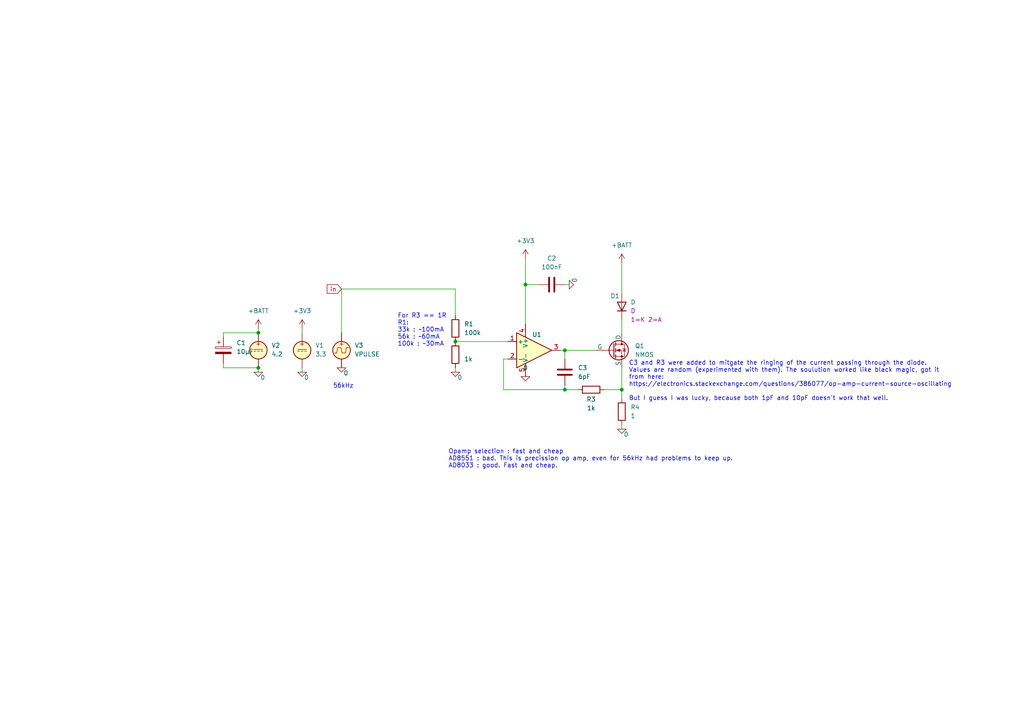
<source format=kicad_sch>
(kicad_sch (version 20230819) (generator eeschema)
  (paper "A4")
  (lib_symbols
    (symbol "Device:C" (pin_numbers hide) (pin_names (offset 0.254))
      (property "Reference" "C" (at 0.635 2.54 0))
      (property "Value" "C" (at 0.635 -2.54 0))
      (symbol "C_0_1"
        (polyline (pts (xy -2.032 -0.762) (xy 2.032 -0.762)) (stroke (width 0.508)))
        (polyline (pts (xy -2.032 0.762) (xy 2.032 0.762)) (stroke (width 0.508)))
      )
      (symbol "C_1_1"
        (pin passive line (at 0 3.81 270) (length 2.794) (name "~") (number "1"))
        (pin passive line (at 0 -3.81 90) (length 2.794) (name "~") (number "2"))
      )
    )
    (symbol "Device:C_Polarized" (pin_numbers hide) (pin_names (offset 0.254))
      (property "Reference" "C" (at 0.635 2.54 0))
      (property "Value" "C_Polarized" (at 0.635 -2.54 0))
      (symbol "C_Polarized_0_1"
        (rectangle (start -2.286 0.508) (end 2.286 1.016))
        (polyline (pts (xy -1.778 2.286) (xy -0.762 2.286)))
        (polyline (pts (xy -1.27 2.794) (xy -1.27 1.778)))
        (rectangle (start 2.286 -0.508) (end -2.286 -1.016) (fill (type outline)))
      )
      (symbol "C_Polarized_1_1"
        (pin passive line (at 0 3.81 270) (length 2.794) (name "~") (number "1"))
        (pin passive line (at 0 -3.81 90) (length 2.794) (name "~") (number "2"))
      )
    )
    (symbol "Device:R" (pin_numbers hide) (pin_names (offset 0))
      (property "Reference" "R" (at 2.032 0 90))
      (property "Value" "R" (at 0 0 90))
      (symbol "R_0_1"
        (rectangle (start -1.016 -2.54) (end 1.016 2.54) (stroke (width 0.254)))
      )
      (symbol "R_1_1"
        (pin passive line (at 0 3.81 270) (length 1.27) (name "~") (number "1"))
        (pin passive line (at 0 -3.81 90) (length 1.27) (name "~") (number "2"))
      )
    )
    (symbol "Simulation_SPICE:0" (power) (pin_names (offset 0))
      (property "Value" "0" (at 0 -1.778 0))
      (symbol "0_0_1"
        (polyline (pts (xy -1.27 0) (xy 0 -1.27) (xy 1.27 0) (xy -1.27 0)))
      )
      (symbol "0_1_1"
        (pin power_in line (at 0 0 0) (length 0) hide (name "0") (number "1"))
      )
    )
    (symbol "Simulation_SPICE:D" (pin_numbers hide) (pin_names (offset 1.016) hide)
      (property "Reference" "D" (at 0 2.54 0))
      (property "Value" "D" (at 0 -2.54 0))
      (property "Sim.Device" "D" (at 0 0 0))
      (property "Sim.Pins" "1=K 2=A" (at 0 0 0))
      (symbol "D_0_1"
        (polyline (pts (xy -1.27 1.27) (xy -1.27 -1.27)) (stroke (width 0.254)))
        (polyline (pts (xy 1.27 0) (xy -1.27 0)))
        (polyline (pts (xy 1.27 1.27) (xy 1.27 -1.27) (xy -1.27 0) (xy 1.27 1.27)) (stroke (width 0.254)))
      )
      (symbol "D_1_1"
        (pin passive line (at -3.81 0 0) (length 2.54) (name "K") (number "1"))
        (pin passive line (at 3.81 0 180) (length 2.54) (name "A") (number "2"))
      )
    )
    (symbol "Simulation_SPICE:NMOS" (pin_numbers hide) (pin_names (offset 0))
      (property "Reference" "Q" (at 5.08 1.27 0))
      (property "Value" "NMOS" (at 5.08 -1.27 0))
      (symbol "NMOS_0_1"
        (polyline (pts (xy 0.254 0) (xy -2.54 0)))
        (polyline (pts (xy 0.254 1.905) (xy 0.254 -1.905)) (stroke (width 0.254)))
        (polyline (pts (xy 0.762 -1.27) (xy 0.762 -2.286)) (stroke (width 0.254)))
        (polyline (pts (xy 0.762 0.508) (xy 0.762 -0.508)) (stroke (width 0.254)))
        (polyline (pts (xy 0.762 2.286) (xy 0.762 1.27)) (stroke (width 0.254)))
        (polyline (pts (xy 2.54 2.54) (xy 2.54 1.778)))
        (polyline (pts (xy 2.54 -2.54) (xy 2.54 0) (xy 0.762 0)))
        (polyline (pts (xy 0.762 -1.778) (xy 3.302 -1.778) (xy 3.302 1.778) (xy 0.762 1.778)))
        (polyline (pts (xy 1.016 0) (xy 2.032 0.381) (xy 2.032 -0.381) (xy 1.016 0)) (fill (type outline)))
        (polyline (pts (xy 2.794 0.508) (xy 2.921 0.381) (xy 3.683 0.381) (xy 3.81 0.254)))
        (polyline (pts (xy 3.302 0.381) (xy 2.921 -0.254) (xy 3.683 -0.254) (xy 3.302 0.381)))
        (circle (center 1.651 0) (radius 2.794) (stroke (width 0.254)))
        (circle (center 2.54 -1.778) (radius 0.254) (fill (type outline)))
        (circle (center 2.54 1.778) (radius 0.254) (fill (type outline)))
      )
      (symbol "NMOS_1_1"
        (pin passive line (at 2.54 5.08 270) (length 2.54) (name "D") (number "1"))
        (pin input line (at -5.08 0 0) (length 2.54) (name "G") (number "2"))
        (pin passive line (at 2.54 -5.08 90) (length 2.54) (name "S") (number "3"))
      )
    )
    (symbol "Simulation_SPICE:OPAMP" (pin_names (offset 0.254))
      (property "Reference" "U" (at 3.81 3.175 0))
      (property "Value" "${SIM.PARAMS}" (at 3.81 -3.175 0))
      (symbol "OPAMP_0_1"
        (polyline (pts (xy 5.08 0) (xy -5.08 5.08) (xy -5.08 -5.08) (xy 5.08 0)) (stroke (width 0.254)) (fill (type background)))
      )
      (symbol "OPAMP_1_1"
        (pin input line (at -7.62 2.54 0) (length 2.54) (name "+") (number "1"))
        (pin input line (at -7.62 -2.54 0) (length 2.54) (name "-") (number "2"))
        (pin output line (at 7.62 0 180) (length 2.54) (name "~") (number "3"))
        (pin power_in line (at -2.54 7.62 270) (length 3.81) (name "V+") (number "4"))
        (pin power_in line (at -2.54 -7.62 90) (length 3.81) (name "V-") (number "5"))
      )
    )
    (symbol "Simulation_SPICE:VDC" (pin_numbers hide) (pin_names (offset 0.0254))
      (property "Reference" "V" (at 2.54 2.54 0))
      (property "Value" "1" (at 2.54 0 0))
      (symbol "VDC_0_0"
        (polyline (pts (xy -1.27 0.254) (xy 1.27 0.254)))
        (polyline (pts (xy -0.762 -0.254) (xy -1.27 -0.254)))
        (polyline (pts (xy 0.254 -0.254) (xy -0.254 -0.254)))
        (polyline (pts (xy 1.27 -0.254) (xy 0.762 -0.254)))
        (text "+" (at 0 1.905 0) (effects (font (size 1.27 1.27))))
      )
      (symbol "VDC_0_1"
        (circle (center 0 0) (radius 2.54) (stroke (width 0.254)) (fill (type background)))
      )
      (symbol "VDC_1_1"
        (pin passive line (at 0 5.08 270) (length 2.54) (name "~") (number "1"))
        (pin passive line (at 0 -5.08 90) (length 2.54) (name "~") (number "2"))
      )
    )
    (symbol "Simulation_SPICE:VPULSE" (pin_numbers hide) (pin_names (offset 0.0254))
      (property "Reference" "V" (at 2.54 2.54 0))
      (property "Value" "VPULSE" (at 2.54 0 0))
      (property "Sim.Params" "y1=0 y2=1 td=2n tr=2n tf=2n tw=50n per=100n" (at 2.54 -2.54 0))
      (symbol "VPULSE_0_0"
        (polyline (pts (xy -2.032 -0.762) (xy -1.397 -0.762) (xy -1.143 0.762) (xy -0.127 0.762) (xy 0.127 -0.762) (xy 1.143 -0.762) (xy 1.397 0.762) (xy 2.032 0.762)))
        (text "+" (at 0 1.905 0) (effects (font (size 1.27 1.27))))
      )
      (symbol "VPULSE_0_1"
        (circle (center 0 0) (radius 2.54) (stroke (width 0.254)) (fill (type background)))
      )
      (symbol "VPULSE_1_1"
        (pin passive line (at 0 5.08 270) (length 2.54) (name "~") (number "1"))
        (pin passive line (at 0 -5.08 90) (length 2.54) (name "~") (number "2"))
      )
    )
    (symbol "power:+3V3" (power) (pin_names (offset 0))
      (property "Value" "+3V3" (at 0 3.556 0))
      (symbol "+3V3_0_1"
        (polyline (pts (xy -0.762 1.27) (xy 0 2.54)))
        (polyline (pts (xy 0 0) (xy 0 2.54)))
        (polyline (pts (xy 0 2.54) (xy 0.762 1.27)))
      )
      (symbol "+3V3_1_1"
        (pin power_in line (at 0 0 90) (length 0) hide (name "+3V3") (number "1"))
      )
    )
    (symbol "power:+BATT" (power) (pin_names (offset 0))
      (property "Value" "+BATT" (at 0 3.556 0))
      (symbol "+BATT_0_1"
        (polyline (pts (xy -0.762 1.27) (xy 0 2.54)))
        (polyline (pts (xy 0 0) (xy 0 2.54)))
        (polyline (pts (xy 0 2.54) (xy 0.762 1.27)))
      )
      (symbol "+BATT_1_1"
        (pin power_in line (at 0 0 90) (length 0) hide (name "+BATT") (number "1"))
      )
    )
  )
  (junction (at 74.93 96.52))
  (junction (at 132.08 99.06))
  (junction (at 74.93 106.68))
  (junction (at 163.83 101.6))
  (junction (at 180.34 113.03))
  (junction (at 163.83 113.03))
  (junction (at 152.4 82.55))
  (wire (pts (xy 180.34 106.68) (xy 180.34 113.03)))
  (wire (pts (xy 165.1 82.55) (xy 163.83 82.55)))
  (wire (pts (xy 180.34 76.2) (xy 180.34 85.09)))
  (wire (pts (xy 163.83 113.03) (xy 167.64 113.03)))
  (wire (pts (xy 162.56 101.6) (xy 163.83 101.6)))
  (wire (pts (xy 99.06 83.82) (xy 132.08 83.82)))
  (wire (pts (xy 87.63 95.25) (xy 87.63 96.52)))
  (wire (pts (xy 132.08 99.06) (xy 147.32 99.06)))
  (wire (pts (xy 87.63 107.95) (xy 87.63 106.68)))
  (wire (pts (xy 175.26 113.03) (xy 180.34 113.03)))
  (wire (pts (xy 74.93 107.95) (xy 74.93 106.68)))
  (wire (pts (xy 132.08 83.82) (xy 132.08 91.44)))
  (wire (pts (xy 74.93 95.25) (xy 74.93 96.52)))
  (wire (pts (xy 64.77 105.41) (xy 64.77 106.68)))
  (wire (pts (xy 152.4 82.55) (xy 152.4 93.98)))
  (wire (pts (xy 64.77 97.79) (xy 64.77 96.52)))
  (wire (pts (xy 163.83 101.6) (xy 163.83 104.14)))
  (wire (pts (xy 163.83 101.6) (xy 172.72 101.6)))
  (wire (pts (xy 64.77 106.68) (xy 74.93 106.68)))
  (wire (pts (xy 163.83 111.76) (xy 163.83 113.03)))
  (wire (pts (xy 64.77 96.52) (xy 74.93 96.52)))
  (wire (pts (xy 146.05 113.03) (xy 163.83 113.03)))
  (wire (pts (xy 180.34 124.46) (xy 180.34 123.19)))
  (wire (pts (xy 99.06 96.52) (xy 99.06 83.82)))
  (wire (pts (xy 152.4 74.93) (xy 152.4 82.55)))
  (wire (pts (xy 146.05 104.14) (xy 147.32 104.14)))
  (wire (pts (xy 156.21 82.55) (xy 152.4 82.55)))
  (wire (pts (xy 180.34 113.03) (xy 180.34 115.57)))
  (wire (pts (xy 180.34 92.71) (xy 180.34 96.52)))
  (wire (pts (xy 132.08 107.95) (xy 132.08 106.68)))
  (wire (pts (xy 146.05 104.14) (xy 146.05 113.03)))
  (text "For R3 == 1R\nR1:\n33k : ~100mA\n56k : ~60mA\n100k : ~30mA" (at 115.316 95.758 0) (effects (font (size 1.27 1.27)) (justify left)))
  (text "56kHz" (at 99.568 112.014 0) (effects (font (size 1.27 1.27))))
  (text "C3 and R3 were added to mitgate the ringing of the current passing through the diode. \nValues are random (experimented with them). The soulution worked like black magic, got it\nfrom here:\nhttps://electronics.stackexchange.com/questions/386077/op-amp-current-source-oscillating\n\nBut I guess I was lucky, because both 1pF and 10pF doesn't work that well." (at 182.372 110.49 0) (effects (font (size 1.27 1.27)) (justify left)))
  (text "Opamp selection : fast and cheap\nAD8551 : bad. This is precission op amp, even for 56kHz had problems to keep up.\nAD8033 : good. Fast and cheap." (at 130.048 133.096 0) (effects (font (size 1.27 1.27)) (justify left)))
  (global_label "in" (shape input) (at 99.06 83.82 180) (property "Intersheetrefs" "${INTERSHEET_REFS}" (effects hide)))
  (symbol (lib_id "Device:C") (at 160.02 82.55 90) (unit 1)
    (property "Reference" "C2" (at 160.02 74.93 90))
    (property "Value" "100nF" (at 160.02 77.47 90))
    (property "Description" "Unpolarized capacitor" (effects hide))
  )
  (symbol (lib_id "Device:R") (at 132.08 95.25 180) (unit 1)
    (property "Reference" "R1" (at 134.62 93.9799 0) (effects (justify right)))
    (property "Value" "100k" (at 134.62 96.5199 0) (effects (justify right)))
    (property "Description" "Resistor" (effects hide))
  )
  (symbol (lib_id "Simulation_SPICE:OPAMP") (at 154.94 101.6 0) (unit 1)
    (property "Reference" "U1" (at 155.702 97.028 0))
    (property "Value" "${SIM.PARAMS}" (effects hide))
    (property "Description" "Operational amplifier, single, node sequence=1:+ 2:- 3:OUT 4:V+ 5:V-" (effects hide))
    (property "Sim.Pins" "1=1 2=2 3=45 4=99 5=50" (effects hide))
    (property "Sim.Device" "SUBCKT" (effects hide))
    (property "Sim.Library" "AD8033.cir" (effects hide))
    (property "Sim.Name" "AD8033" (effects hide))
  )
  (symbol (lib_id "Device:R") (at 171.45 113.03 270) (unit 1)
    (property "Reference" "R3" (at 171.45 115.824 90))
    (property "Value" "1k" (at 171.45 118.364 90))
    (property "Description" "Resistor" (effects hide))
  )
  (symbol (lib_id "Simulation_SPICE:0") (at 152.4 109.22 0) (unit 1)
    (property "Reference" "#GND04" (effects hide))
    (property "Value" "0" (at 152.4 106.68 0))
    (property "Description" "0V reference potential for simulation" (effects hide))
  )
  (symbol (lib_id "Simulation_SPICE:VDC") (at 87.63 101.6 0) (unit 1)
    (property "Reference" "V1" (at 91.44 100.2001 0) (effects (justify left)))
    (property "Value" "3.3" (at 91.44 102.7401 0) (effects (justify left)))
    (property "Description" "Voltage source, DC" (effects hide))
    (property "Sim.Pins" "1=+ 2=-" (effects hide))
    (property "Sim.Type" "DC" (effects hide))
    (property "Sim.Device" "V" (effects hide))
  )
  (symbol (lib_id "Device:R") (at 132.08 102.87 180) (unit 1)
    (property "Reference" "R2" (effects hide))
    (property "Value" "1k" (at 134.62 104.1399 0) (effects (justify right)))
    (property "Description" "Resistor" (effects hide))
  )
  (symbol (lib_id "Simulation_SPICE:0") (at 180.34 124.46 0) (unit 1)
    (property "Reference" "#GND03" (effects hide))
    (property "Value" "0" (at 181.61 125.984 0))
    (property "Description" "0V reference potential for simulation" (effects hide))
  )
  (symbol (lib_id "Simulation_SPICE:0") (at 132.08 107.95 0) (unit 1)
    (property "Reference" "#GND02" (effects hide))
    (property "Value" "0" (at 133.35 109.474 0))
    (property "Description" "0V reference potential for simulation" (effects hide))
  )
  (symbol (lib_id "Simulation_SPICE:0") (at 74.93 107.95 0) (unit 1)
    (property "Reference" "#GND05" (effects hide))
    (property "Value" "0" (at 76.2 109.474 0))
    (property "Description" "0V reference potential for simulation" (effects hide))
  )
  (symbol (lib_id "Simulation_SPICE:VPULSE") (at 99.06 101.6 0) (unit 1)
    (property "Reference" "V3" (at 102.87 100.2001 0) (effects (justify left)))
    (property "Value" "VPULSE" (at 102.87 102.7401 0) (effects (justify left)))
    (property "Description" "Voltage source, pulse" (effects hide))
    (property "Sim.Pins" "1=+ 2=-" (effects hide))
    (property "Sim.Type" "PULSE" (effects hide))
    (property "Sim.Device" "V" (effects hide))
    (property "Sim.Params" "y1=0 y2=3.3 td=2n tr=2n tf=2n tw=9µs per=18µs" (effects hide))
  )
  (symbol (lib_id "Device:C") (at 163.83 107.95 180) (unit 1)
    (property "Reference" "C3" (at 167.64 106.6799 0) (effects (justify right)))
    (property "Value" "6pF" (at 167.64 109.2199 0) (effects (justify right)))
    (property "Description" "Unpolarized capacitor" (effects hide))
  )
  (symbol (lib_id "Simulation_SPICE:NMOS") (at 177.8 101.6 0) (unit 1)
    (property "Reference" "Q1" (at 184.15 100.3299 0) (effects (justify left)))
    (property "Value" "NMOS" (at 184.15 102.8699 0) (effects (justify left)))
    (property "Datasheet" "https://ngspice.sourceforge.io/docs/ngspice-manual.pdf" (effects hide))
    (property "Description" "N-MOSFET transistor, drain/source/gate" (effects hide))
    (property "Sim.Device" "NMOS" (effects hide))
    (property "Sim.Type" "VDMOS" (effects hide))
    (property "Sim.Pins" "1=D 2=G 3=S" (effects hide))
    (property "Sim.Params" "vto=1" (effects hide))
  )
  (symbol (lib_id "Simulation_SPICE:D") (at 180.34 88.9 90) (unit 1)
    (property "Reference" "D1" (at 177.038 85.852 90) (effects (justify right)))
    (property "Value" "D" (at 182.88 87.6299 90) (effects (justify right)))
    (property "Description" "Diode for simulation or PCB" (effects hide))
    (property "Sim.Device" "D" (at 182.88 90.1699 90) (effects (justify right)))
    (property "Sim.Pins" "1=K 2=A" (at 182.88 92.7099 90) (effects (justify right)))
  )
  (symbol (lib_id "Simulation_SPICE:0") (at 99.06 106.68 0) (unit 1)
    (property "Reference" "#GND06" (effects hide))
    (property "Value" "0" (at 100.33 108.204 0))
    (property "Description" "0V reference potential for simulation" (effects hide))
  )
  (symbol (lib_id "Simulation_SPICE:VDC") (at 74.93 101.6 0) (unit 1)
    (property "Reference" "V2" (at 78.74 100.2001 0) (effects (justify left)))
    (property "Value" "4.2" (at 78.74 102.7401 0) (effects (justify left)))
    (property "Description" "Voltage source, DC" (effects hide))
    (property "Sim.Pins" "1=+ 2=-" (effects hide))
    (property "Sim.Type" "DC" (effects hide))
    (property "Sim.Device" "V" (effects hide))
  )
  (symbol (lib_id "Simulation_SPICE:0") (at 87.63 107.95 0) (unit 1)
    (property "Reference" "#GND01" (effects hide))
    (property "Value" "0" (at 88.9 109.474 0))
    (property "Description" "0V reference potential for simulation" (effects hide))
  )
  (symbol (lib_id "power:+3V3") (at 152.4 74.93 0) (unit 1)
    (property "Reference" "#PWR03" (effects hide))
    (property "Value" "+3V3" (at 152.4 69.85 0))
    (property "Description" "Power symbol creates a global label with name \"+3V3\"" (effects hide))
  )
  (symbol (lib_id "Simulation_SPICE:0") (at 165.1 82.55 90) (unit 1)
    (property "Reference" "#GND07" (effects hide))
    (property "Value" "0" (at 166.624 81.28 0))
    (property "Description" "0V reference potential for simulation" (effects hide))
  )
  (symbol (lib_id "power:+3V3") (at 87.63 95.25 0) (unit 1)
    (property "Reference" "#PWR01" (effects hide))
    (property "Value" "+3V3" (at 87.63 90.17 0))
    (property "Description" "Power symbol creates a global label with name \"+3V3\"" (effects hide))
  )
  (symbol (lib_id "Device:R") (at 180.34 119.38 0) (unit 1)
    (property "Reference" "R4" (at 182.88 118.1099 0) (effects (justify left)))
    (property "Value" "1" (at 182.88 120.6499 0) (effects (justify left)))
    (property "Description" "Resistor" (effects hide))
  )
  (symbol (lib_id "power:+BATT") (at 180.34 76.2 0) (unit 1)
    (property "Reference" "#PWR06" (effects hide))
    (property "Value" "+BATT" (at 180.34 71.12 0))
    (property "Description" "Power symbol creates a global label with name \"+BATT\"" (effects hide))
  )
  (symbol (lib_id "Device:C_Polarized") (at 64.77 101.6 0) (unit 1)
    (property "Reference" "C1" (at 68.58 99.4409 0) (effects (justify left)))
    (property "Value" "10µF" (at 68.58 101.9809 0) (effects (justify left)))
    (property "Description" "Polarized capacitor" (effects hide))
  )
  (symbol (lib_id "power:+BATT") (at 74.93 95.25 0) (unit 1)
    (property "Reference" "#PWR05" (effects hide))
    (property "Value" "+BATT" (at 74.93 90.17 0))
    (property "Description" "Power symbol creates a global label with name \"+BATT\"" (effects hide))
  )
)
</source>
